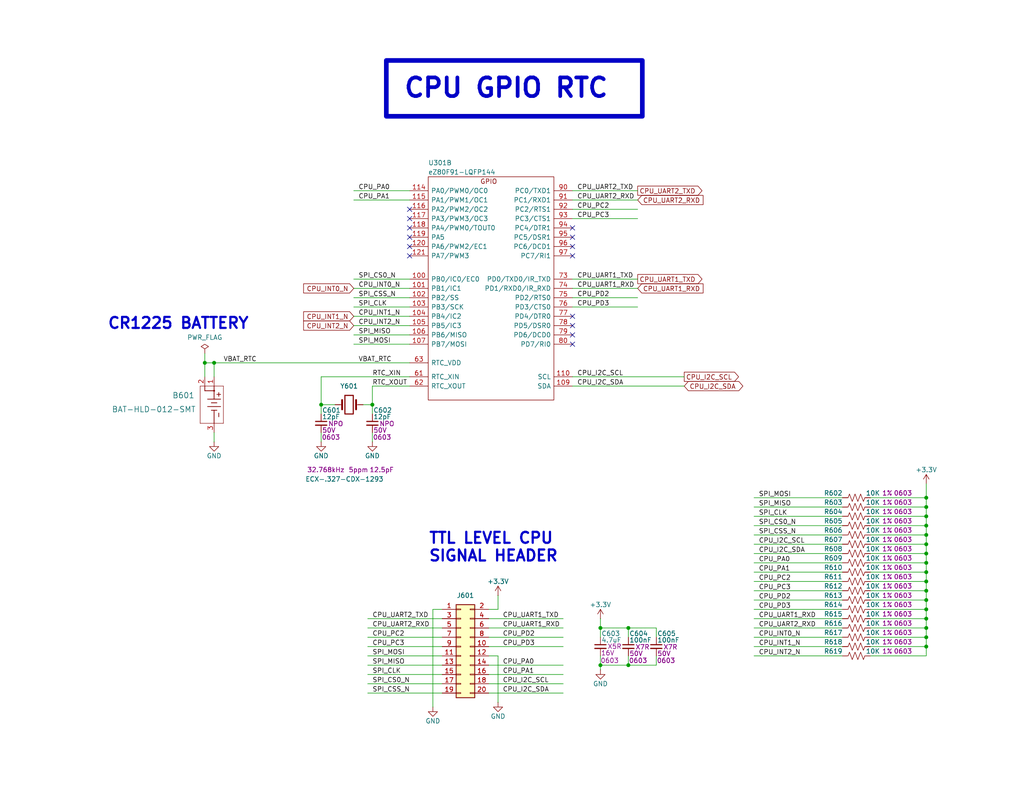
<source format=kicad_sch>
(kicad_sch (version 20231120) (generator "eeschema") (generator_version "8.0")
  (paper "USLetter")
  (title_block (title "SEWER") (date "2024-08-16") (rev "0") (company "Denno Wiggle") (comment 1 "CPU GPIO & Real Time Clock"))
  (lib_symbols
    (symbol "Connector_Generic:Conn_02x10_Odd_Even" (pin_names (offset 1.016) hide)
      (property "Reference" "J" (at 1.27 12.7 0))
      (property "Value" "Conn_02x10_Odd_Even" (at 1.27 -15.24 0))
      (symbol "Conn_02x10_Odd_Even_1_1"
        (pin passive line (at -5.08 10.16 0) (length 3.81) (name "Pin_1") (number "1"))
        (pin passive line (at 7.62 0 180) (length 3.81) (name "Pin_10") (number "10"))
        (pin passive line (at -5.08 -2.54 0) (length 3.81) (name "Pin_11") (number "11"))
        (pin passive line (at 7.62 -2.54 180) (length 3.81) (name "Pin_12") (number "12"))
        (pin passive line (at -5.08 -5.08 0) (length 3.81) (name "Pin_13") (number "13"))
        (pin passive line (at 7.62 -5.08 180) (length 3.81) (name "Pin_14") (number "14"))
        (pin passive line (at -5.08 -7.62 0) (length 3.81) (name "Pin_15") (number "15"))
        (pin passive line (at 7.62 -7.62 180) (length 3.81) (name "Pin_16") (number "16"))
        (pin passive line (at -5.08 -10.16 0) (length 3.81) (name "Pin_17") (number "17"))
        (pin passive line (at 7.62 -10.16 180) (length 3.81) (name "Pin_18") (number "18"))
        (pin passive line (at -5.08 -12.7 0) (length 3.81) (name "Pin_19") (number "19"))
        (pin passive line (at 7.62 10.16 180) (length 3.81) (name "Pin_2") (number "2"))
        (pin passive line (at 7.62 -12.7 180) (length 3.81) (name "Pin_20") (number "20"))
        (pin passive line (at -5.08 7.62 0) (length 3.81) (name "Pin_3") (number "3"))
        (pin passive line (at 7.62 7.62 180) (length 3.81) (name "Pin_4") (number "4"))
        (pin passive line (at -5.08 5.08 0) (length 3.81) (name "Pin_5") (number "5"))
        (pin passive line (at 7.62 5.08 180) (length 3.81) (name "Pin_6") (number "6"))
        (pin passive line (at -5.08 2.54 0) (length 3.81) (name "Pin_7") (number "7"))
        (pin passive line (at 7.62 2.54 180) (length 3.81) (name "Pin_8") (number "8"))
        (pin passive line (at -5.08 0 0) (length 3.81) (name "Pin_9") (number "9"))
      )
    )
    (symbol "Device:Crystal" (pin_numbers hide) (pin_names (offset 1.016) hide)
      (property "Reference" "Y" (at 0 3.81 0))
      (property "Value" "Crystal" (at 0 -3.81 0))
      (symbol "Crystal_1_1"
        (pin passive line (at -3.81 0 0) (length 1.27) (name "1") (number "1"))
        (pin passive line (at 3.81 0 180) (length 1.27) (name "2") (number "2"))
      )
    )
    (symbol "GND_2" (power) (pin_numbers hide) (pin_names (offset 0) hide)
      (property "Value" "GND" (at 0 -3.81 0))
      (symbol "GND_2_1_1"
        (pin power_in line (at 0 0 270) (length 0) (name "~") (number "1"))
      )
    )
    (symbol "WTM:BAT-HLD-012-SMT" (pin_names (offset 0.254))
      (property "Reference" "B" (at 7.62 8.89 0))
      (property "Value" "BAT-HLD-012-SMT" (at 7.62 5.08 0))
      (symbol "BAT-HLD-012-SMT_1_1"
        (pin power_out line (at 0 0 0) (length 2.54) (name "") (number "1"))
        (pin power_out line (at 0 -2.54 0) (length 2.54) (name "") (number "2"))
        (pin power_out line (at 15.24 0 180) (length 2.54) (name "") (number "3"))
      )
    )
    (symbol "WTM:C_100nF_X7R_16V_0805H" (pin_numbers hide) (pin_names (offset 0) hide)
      (property "Reference" "C" (at 0.254 3.556 0))
      (property "Value" "100nF" (at 0.254 1.778 0))
      (property "Dielectric" "X7R" (at 1.905 -0.127 0))
      (property "Voltage" "16V" (at 0.254 -1.905 0))
      (property "Footprint2" "0805H" (at 0.127 -3.81 0))
      (symbol "C_100nF_X7R_16V_0805H_1_1"
        (pin passive line (at 0 2.54 270) (length 2.032) (name "~") (number "1"))
        (pin passive line (at 0 -2.54 90) (length 2.032) (name "~") (number "2"))
      )
    )
    (symbol "WTM:C_10uF_X5R_16V_0805H" (pin_numbers hide) (pin_names (offset 0.254) hide)
      (property "Reference" "C206" (at 0.254 3.556 0))
      (property "Value" "10uF" (at 0.254 1.778 0))
      (property "Dielectric" "X5R" (at 1.905 0.762 0))
      (property "Voltage" "16V" (at 0.127 -1.016 0))
      (property "Footprint2" "0805H" (at 3.302 -3.81 0))
      (symbol "C_10uF_X5R_16V_0805H_1_1"
        (pin passive line (at 0 2.54 270) (length 2.032) (name "~") (number "1"))
        (pin passive line (at 0 -2.54 90) (length 2.032) (name "~") (number "2"))
      )
    )
    (symbol "WTM:R_33R_5%_0805H_Horizontal1" (pin_numbers hide) (pin_names (offset 0))
      (property "Reference" "R" (at -7.62 1.27 0))
      (property "Value" "33R" (at 2.54 1.27 0))
      (property "Tolerance" "5%" (at 2.54 -1.27 0))
      (property "Footprint2" "0805H" (at -8.89 -1.27 0))
      (symbol "R_33R_5%_0805H_Horizontal1_1_1"
        (pin passive line (at -3.81 0 0) (length 1.27) (name "~") (number "1"))
        (pin passive line (at 3.81 0 180) (length 1.27) (name "~") (number "2"))
      )
    )
    (symbol "WTM:eZ80F91-LQFP144" (pin_names (offset 0.762))
      (property "Reference" "U" (at 0 3.81 0))
      (property "Value" "eZ80F91-LQFP144" (at 0 1.27 0))
      (property "Digikey" "269-EZ80F91AZA50EK-ND" (at 12.954 24.13 0))
      (symbol "eZ80F91-LQFP144_1_0"
        (pin bidirectional line (at -5.08 -3.81 0) (length 5.08) (name "ADDR0") (number "1"))
        (pin bidirectional line (at -5.08 -21.59 0) (length 5.08) (name "ADDR7") (number "10"))
        (pin bidirectional line (at -5.08 -24.13 0) (length 5.08) (name "ADDR8") (number "11"))
        (pin bidirectional line (at -5.08 -26.67 0) (length 5.08) (name "ADDR9") (number "12"))
        (pin bidirectional line (at -5.08 -29.21 0) (length 5.08) (name "ADDR10") (number "13"))
        (pin bidirectional line (at -5.08 -31.75 0) (length 5.08) (name "ADDR11") (number "16"))
        (pin bidirectional line (at -5.08 -34.29 0) (length 5.08) (name "ADDR12") (number "17"))
        (pin bidirectional line (at -5.08 -36.83 0) (length 5.08) (name "ADDR13") (number "18"))
        (pin bidirectional line (at -5.08 -39.37 0) (length 5.08) (name "ADDR14") (number "19"))
        (pin bidirectional line (at -5.08 -6.35 0) (length 5.08) (name "ADDR1") (number "2"))
        (pin bidirectional line (at -5.08 -41.91 0) (length 5.08) (name "ADDR15") (number "20"))
        (pin bidirectional line (at -5.08 -44.45 0) (length 5.08) (name "ADDR16") (number "21"))
        (pin bidirectional line (at -5.08 -46.99 0) (length 5.08) (name "ADDR17") (number "24"))
        (pin bidirectional line (at -5.08 -49.53 0) (length 5.08) (name "ADDR18") (number "25"))
        (pin bidirectional line (at -5.08 -52.07 0) (length 5.08) (name "ADDR19") (number "26"))
        (pin bidirectional line (at -5.08 -54.61 0) (length 5.08) (name "ADDR20") (number "27"))
        (pin bidirectional line (at -5.08 -57.15 0) (length 5.08) (name "ADDR21") (number "28"))
        (pin bidirectional line (at -5.08 -59.69 0) (length 5.08) (name "ADDR22") (number "29"))
        (pin bidirectional line (at -5.08 -8.89 0) (length 5.08) (name "ADDR2") (number "3"))
        (pin bidirectional line (at -5.08 -62.23 0) (length 5.08) (name "ADDR23") (number "30"))
        (pin output inverted (at 25.4 -62.23 180) (length 5.08) (name "~{CS0}") (number "33"))
        (pin output inverted (at 25.4 -59.69 180) (length 5.08) (name "~{CS1}") (number "34"))
        (pin output inverted (at 25.4 -57.15 180) (length 5.08) (name "~{CS2}") (number "35"))
        (pin output inverted (at 25.4 -54.61 180) (length 5.08) (name "~{CS3}") (number "36"))
        (pin bidirectional line (at 25.4 -21.59 180) (length 5.08) (name "DATA0") (number "39"))
        (pin bidirectional line (at -5.08 -11.43 0) (length 5.08) (name "ADDR3") (number "4"))
        (pin bidirectional line (at 25.4 -19.05 180) (length 5.08) (name "DATA1") (number "40"))
        (pin bidirectional line (at 25.4 -16.51 180) (length 5.08) (name "DATA2") (number "41"))
        (pin bidirectional line (at 25.4 -13.97 180) (length 5.08) (name "DATA3") (number "42"))
        (pin bidirectional line (at 25.4 -11.43 180) (length 5.08) (name "DATA4") (number "43"))
        (pin bidirectional line (at 25.4 -8.89 180) (length 5.08) (name "DATA5") (number "44"))
        (pin bidirectional line (at 25.4 -6.35 180) (length 5.08) (name "DATA6") (number "45"))
        (pin bidirectional line (at 25.4 -3.81 180) (length 5.08) (name "DATA7") (number "46"))
        (pin bidirectional inverted (at 25.4 -40.64 180) (length 5.08) (name "~{IORQ}") (number "49"))
        (pin bidirectional line (at -5.08 -13.97 0) (length 5.08) (name "ADDR4") (number "5"))
        (pin bidirectional inverted (at 25.4 -38.1 180) (length 5.08) (name "~{MREQ}") (number "50"))
        (pin output inverted (at 25.4 -35.56 180) (length 5.08) (name "~{RD}") (number "51"))
        (pin bidirectional inverted (at 25.4 -33.02 180) (length 5.08) (name "~{WR}") (number "52"))
        (pin output inverted (at 25.4 -72.39 180) (length 5.08) (name "~{INSTRD}") (number "53"))
        (pin input inverted (at -5.08 -72.39 0) (length 5.08) (name "~{WAIT}") (number "54"))
        (pin bidirectional inverted (at -5.08 -80.01 0) (length 5.08) (name "~{RESET}") (number "55"))
        (pin input inverted (at -5.08 -74.93 0) (length 5.08) (name "~{NMI}") (number "56"))
        (pin input inverted (at -5.08 -67.31 0) (length 5.08) (name "~{BUSREQ}") (number "57"))
        (pin output inverted (at 25.4 -67.31 180) (length 5.08) (name "~{BUSACK}") (number "58"))
        (pin bidirectional line (at -5.08 -16.51 0) (length 5.08) (name "ADDR5") (number "8"))
        (pin bidirectional line (at -5.08 -19.05 0) (length 5.08) (name "ADDR6") (number "9"))
      )
      (symbol "eZ80F91-LQFP144_1_1"
        (text "BUS INTERFACE" (at 10.16 -1.27 0) (effects (font (size 1.27 1.27))))
      )
      (symbol "eZ80F91-LQFP144_2_0"
        (pin bidirectional line (at -5.08 -27.94 0) (length 5.08) (name "PB0/IC0/EC0") (number "100"))
        (pin bidirectional line (at -5.08 -30.48 0) (length 5.08) (name "PB1/IC1") (number "101"))
        (pin bidirectional line (at -5.08 -33.02 0) (length 5.08) (name "PB2/SS") (number "102"))
        (pin bidirectional line (at -5.08 -35.56 0) (length 5.08) (name "PB3/SCK") (number "103"))
        (pin bidirectional line (at -5.08 -38.1 0) (length 5.08) (name "PB4/IC2") (number "104"))
        (pin bidirectional line (at -5.08 -40.64 0) (length 5.08) (name "PB5/IC3") (number "105"))
        (pin bidirectional line (at -5.08 -43.18 0) (length 5.08) (name "PB6/MISO") (number "106"))
        (pin bidirectional line (at -5.08 -45.72 0) (length 5.08) (name "PB7/MOSI") (number "107"))
        (pin bidirectional line (at 39.37 -57.15 180) (length 5.08) (name "SDA") (number "109"))
        (pin bidirectional line (at 39.37 -54.61 180) (length 5.08) (name "SCL") (number "110"))
        (pin bidirectional line (at -5.08 -3.81 0) (length 5.08) (name "PA0/PWM0/OC0") (number "114"))
        (pin bidirectional line (at -5.08 -6.35 0) (length 5.08) (name "PA1/PWM1/OC1") (number "115"))
        (pin bidirectional line (at -5.08 -8.89 0) (length 5.08) (name "PA2/PWM2/OC2") (number "116"))
        (pin bidirectional line (at -5.08 -11.43 0) (length 5.08) (name "PA3/PWM3/OC3") (number "117"))
        (pin bidirectional line (at -5.08 -13.97 0) (length 5.08) (name "PA4/PWM0/TOUT0") (number "118"))
        (pin bidirectional line (at -5.08 -16.51 0) (length 5.08) (name "PA5") (number "119"))
        (pin bidirectional line (at -5.08 -19.05 0) (length 5.08) (name "PA6/PWM2/EC1") (number "120"))
        (pin bidirectional line (at -5.08 -21.59 0) (length 5.08) (name "PA7/PWM3") (number "121"))
        (pin input line (at -5.08 -54.61 0) (length 5.08) (name "RTC_XIN") (number "61"))
        (pin bidirectional line (at -5.08 -57.15 0) (length 5.08) (name "RTC_XOUT") (number "62"))
        (pin power_in line (at -5.08 -50.8 0) (length 5.08) (name "RTC_VDD") (number "63"))
        (pin bidirectional line (at 39.37 -27.94 180) (length 5.08) (name "PD0/TXD0/IR_TXD") (number "73"))
        (pin bidirectional line (at 39.37 -30.48 180) (length 5.08) (name "PD1/RXD0/IR_RXD") (number "74"))
        (pin bidirectional line (at 39.37 -33.02 180) (length 5.08) (name "PD2/RTS0") (number "75"))
        (pin bidirectional line (at 39.37 -35.56 180) (length 5.08) (name "PD3/CTS0") (number "76"))
        (pin bidirectional line (at 39.37 -38.1 180) (length 5.08) (name "PD4/DTR0") (number "77"))
        (pin bidirectional line (at 39.37 -40.64 180) (length 5.08) (name "PD5/DSR0") (number "78"))
        (pin bidirectional line (at 39.37 -43.18 180) (length 5.08) (name "PD6/DCD0") (number "79"))
        (pin bidirectional line (at 39.37 -45.72 180) (length 5.08) (name "PD7/RI0") (number "80"))
        (pin bidirectional line (at 39.37 -3.81 180) (length 5.08) (name "PC0/TXD1") (number "90"))
        (pin bidirectional line (at 39.37 -6.35 180) (length 5.08) (name "PC1/RXD1") (number "91"))
        (pin bidirectional line (at 39.37 -8.89 180) (length 5.08) (name "PC2/RTS1") (number "92"))
        (pin bidirectional line (at 39.37 -11.43 180) (length 5.08) (name "PC3/CTS1") (number "93"))
        (pin bidirectional line (at 39.37 -13.97 180) (length 5.08) (name "PC4/DTR1") (number "94"))
        (pin bidirectional line (at 39.37 -16.51 180) (length 5.08) (name "PC5/DSR1") (number "95"))
        (pin bidirectional line (at 39.37 -19.05 180) (length 5.08) (name "PC6/DCD1") (number "96"))
        (pin bidirectional line (at 39.37 -21.59 180) (length 5.08) (name "PC7/RI1") (number "97"))
      )
      (symbol "eZ80F91-LQFP144_2_1"
        (text "GPIO" (at 16.51 -1.27 0) (effects (font (size 1.27 1.27))))
      )
      (symbol "eZ80F91-LQFP144_3_0"
        (pin input line (at 22.86 -27.94 180) (length 5.08) (name "CRS") (number "124"))
        (pin input line (at 22.86 -25.4 180) (length 5.08) (name "COL") (number "125"))
        (pin output line (at 22.86 -19.05 180) (length 5.08) (name "TXD3") (number "126"))
        (pin output line (at 22.86 -16.51 180) (length 5.08) (name "TXD2") (number "127"))
        (pin output line (at 22.86 -13.97 180) (length 5.08) (name "TXD1") (number "128"))
        (pin output line (at 22.86 -11.43 180) (length 5.08) (name "TXD0") (number "129"))
        (pin output line (at 22.86 -8.89 180) (length 5.08) (name "TX_EN") (number "130"))
        (pin input line (at 22.86 -6.35 180) (length 5.08) (name "TX_CLK") (number "131"))
        (pin output line (at 22.86 -3.81 180) (length 5.08) (name "TX_ER") (number "132"))
        (pin input line (at -5.08 -3.81 0) (length 5.08) (name "RX_ER") (number "135"))
        (pin input line (at -5.08 -6.35 0) (length 5.08) (name "RX_CLK") (number "136"))
        (pin input line (at -5.08 -8.89 0) (length 5.08) (name "RX_DV") (number "137"))
        (pin input line (at -5.08 -11.43 0) (length 5.08) (name "RXD0") (number "138"))
        (pin input line (at -5.08 -13.97 0) (length 5.08) (name "RXD1") (number "139"))
        (pin input line (at -5.08 -16.51 0) (length 5.08) (name "RXD2") (number "140"))
        (pin input line (at -5.08 -19.05 0) (length 5.08) (name "RXD3") (number "141"))
        (pin output line (at -5.08 -25.4 0) (length 5.08) (name "MDC") (number "142"))
        (pin bidirectional line (at -5.08 -27.94 0) (length 5.08) (name "MDIO") (number "143"))
      )
      (symbol "eZ80F91-LQFP144_3_1"
        (text "MII INTERFACE" (at 8.89 -1.27 0) (effects (font (size 1.27 1.27))))
      )
      (symbol "eZ80F91-LQFP144_4_0"
        (pin power_in line (at 26.67 -34.29 180) (length 5.08) (name "VSS_13") (number "108"))
        (pin output clock (at 26.67 -58.42 180) (length 5.08) (name "PHI") (number "111"))
        (pin power_in line (at -5.08 -29.21 0) (length 5.08) (name "VDD_11") (number "112"))
        (pin power_in line (at 26.67 -36.83 180) (length 5.08) (name "VSS_14") (number "113"))
        (pin power_in line (at -5.08 -31.75 0) (length 5.08) (name "VDD_12") (number "122"))
        (pin power_in line (at 26.67 -39.37 180) (length 5.08) (name "VSS_15") (number "123"))
        (pin power_in line (at -5.08 -34.29 0) (length 5.08) (name "VDD_13") (number "133"))
        (pin power_in line (at 26.67 -41.91 180) (length 5.08) (name "VSS_16") (number "134"))
        (pin power_in line (at -5.08 -6.35 0) (length 5.08) (name "VDD_2") (number "14"))
        (pin power_in line (at 26.67 -6.35 180) (length 5.08) (name "VSS_2") (number "15"))
        (pin power_in line (at -5.08 -8.89 0) (length 5.08) (name "VDD_3") (number "22"))
        (pin power_in line (at 26.67 -8.89 180) (length 5.08) (name "VSS_3") (number "23"))
        (pin power_in line (at -5.08 -11.43 0) (length 5.08) (name "VDD_4") (number "31"))
        (pin power_in line (at 26.67 -11.43 180) (length 5.08) (name "VSS_4") (number "32"))
        (pin power_in line (at -5.08 -13.97 0) (length 5.08) (name "VDD_5") (number "37"))
        (pin power_in line (at 26.67 -13.97 180) (length 5.08) (name "VSS_5") (number "38"))
        (pin power_in line (at -5.08 -16.51 0) (length 5.08) (name "VDD_6") (number "47"))
        (pin power_in line (at 26.67 -16.51 180) (length 5.08) (name "VSS_6") (number "48"))
        (pin power_in line (at -5.08 -19.05 0) (length 5.08) (name "VDD_7") (number "59"))
        (pin power_in line (at -5.08 -3.81 0) (length 5.08) (name "VDD_1") (number "6"))
        (pin power_in line (at 26.67 -19.05 180) (length 5.08) (name "VSS_7") (number "60"))
        (pin power_in line (at 26.67 -21.59 180) (length 5.08) (name "VSS_8") (number "64"))
        (pin power_in line (at 26.67 -3.81 180) (length 5.08) (name "VSS_1") (number "7"))
        (pin power_in line (at 26.67 -24.13 180) (length 5.08) (name "VSS_9") (number "72"))
        (pin power_in line (at -5.08 -21.59 0) (length 5.08) (name "VDD_8") (number "81"))
        (pin power_in line (at 26.67 -26.67 180) (length 5.08) (name "VSS_10") (number "82"))
        (pin bidirectional line (at 26.67 -49.53 180) (length 5.08) (name "LOOP_FILT") (number "83"))
        (pin power_in line (at 26.67 -46.99 180) (length 5.08) (name "PLL_VSS") (number "84"))
        (pin output clock (at -5.08 -55.88 0) (length 5.08) (name "XOUT") (number "85"))
        (pin input clock (at -5.08 -58.42 0) (length 5.08) (name "XIN") (number "86"))
        (pin power_in line (at -5.08 -46.99 0) (length 5.08) (name "PLL_VDD") (number "87"))
        (pin power_in line (at -5.08 -24.13 0) (length 5.08) (name "VDD_9") (number "88"))
        (pin power_in line (at 26.67 -29.21 180) (length 5.08) (name "VSS_11") (number "89"))
        (pin power_in line (at -5.08 -26.67 0) (length 5.08) (name "VDD_10") (number "98"))
        (pin power_in line (at 26.67 -31.75 180) (length 5.08) (name "VSS_12") (number "99"))
      )
      (symbol "eZ80F91-LQFP144_4_1"
        (text "POWER & OSC" (at 10.16 -1.27 0) (effects (font (size 1.27 1.27))))
      )
      (symbol "eZ80F91-LQFP144_5_0"
        (pin input inverted (at 17.78 -3.81 180) (length 5.08) (name "~{WP}") (number "144"))
        (pin output inverted (at 17.78 -21.59 180) (length 5.08) (name "~{HALT_SLP}") (number "65"))
        (pin input line (at -5.08 -3.81 0) (length 5.08) (name "TMS") (number "66"))
        (pin input line (at -5.08 -6.35 0) (length 5.08) (name "TCK") (number "67"))
        (pin output line (at 17.78 -15.24 180) (length 5.08) (name "TRIGOUT") (number "68"))
        (pin bidirectional line (at -5.08 -8.89 0) (length 5.08) (name "TDI") (number "69"))
        (pin output line (at 17.78 -8.89 180) (length 5.08) (name "TDO") (number "70"))
        (pin input inverted (at -5.08 -11.43 0) (length 5.08) (name "~{TRST}") (number "71"))
      )
      (symbol "eZ80F91-LQFP144_5_1"
        (text "ZDI" (at 6.35 -1.27 0) (effects (font (size 1.27 1.27))))
      )
    )
    (symbol "power:+3.3V" (power) (pin_numbers hide) (pin_names (offset 0) hide)
      (property "Value" "+3.3V" (at 0 3.556 0))
      (symbol "+3.3V_1_1"
        (pin power_in line (at 0 0 90) (length 0) (name "~") (number "1"))
      )
    )
    (symbol "power:PWR_FLAG" (power) (pin_numbers hide) (pin_names (offset 0) hide)
      (property "Value" "PWR_FLAG" (at 0 3.81 0))
      (symbol "PWR_FLAG_0_0"
        (pin power_out line (at 0 0 90) (length 0) (name "~") (number "1"))
      )
    )
  )
  (junction (at 252.73 173.99))
  (junction (at 171.45 171.45))
  (junction (at 252.73 158.75))
  (junction (at 252.73 161.29))
  (junction (at 252.73 171.45))
  (junction (at 252.73 140.97))
  (junction (at 163.83 181.61))
  (junction (at 58.42 99.06))
  (junction (at 163.83 171.45))
  (junction (at 252.73 153.67))
  (junction (at 252.73 163.83))
  (junction (at 252.73 143.51))
  (junction (at 252.73 148.59))
  (junction (at 252.73 135.89))
  (junction (at 252.73 166.37))
  (junction (at 252.73 156.21))
  (junction (at 252.73 138.43))
  (junction (at 55.88 99.06))
  (junction (at 252.73 151.13))
  (junction (at 87.63 110.49))
  (junction (at 252.73 176.53))
  (junction (at 101.6 110.49))
  (junction (at 252.73 168.91))
  (junction (at 252.73 146.05))
  (junction (at 171.45 181.61))
  (no_connect (at 111.76 67.31))
  (no_connect (at 111.76 57.15))
  (no_connect (at 156.21 91.44))
  (no_connect (at 111.76 62.23))
  (no_connect (at 156.21 69.85))
  (no_connect (at 111.76 64.77))
  (no_connect (at 111.76 69.85))
  (no_connect (at 156.21 64.77))
  (no_connect (at 156.21 93.98))
  (no_connect (at 156.21 62.23))
  (no_connect (at 156.21 86.36))
  (no_connect (at 156.21 67.31))
  (no_connect (at 156.21 88.9))
  (no_connect (at 111.76 59.69))
  (wire (pts (xy 205.74 148.59) (xy 229.87 148.59)))
  (wire (pts (xy 135.89 179.07) (xy 133.35 179.07)))
  (wire (pts (xy 87.63 118.11) (xy 87.63 120.65)))
  (wire (pts (xy 100.33 173.99) (xy 120.65 173.99)))
  (wire (pts (xy 171.45 171.45) (xy 171.45 173.99)))
  (wire (pts (xy 237.49 135.89) (xy 252.73 135.89)))
  (wire (pts (xy 252.73 135.89) (xy 252.73 138.43)))
  (wire (pts (xy 252.73 171.45) (xy 252.73 173.99)))
  (wire (pts (xy 156.21 81.28) (xy 173.99 81.28)))
  (wire (pts (xy 252.73 158.75) (xy 252.73 156.21)))
  (wire (pts (xy 237.49 146.05) (xy 252.73 146.05)))
  (wire (pts (xy 156.21 76.2) (xy 173.99 76.2)))
  (wire (pts (xy 205.74 138.43) (xy 229.87 138.43)))
  (wire (pts (xy 205.74 158.75) (xy 229.87 158.75)))
  (wire (pts (xy 252.73 151.13) (xy 252.73 153.67)))
  (wire (pts (xy 58.42 99.06) (xy 111.76 99.06)))
  (wire (pts (xy 171.45 179.07) (xy 171.45 181.61)))
  (wire (pts (xy 205.74 179.07) (xy 229.87 179.07)))
  (wire (pts (xy 252.73 168.91) (xy 252.73 166.37)))
  (wire (pts (xy 55.88 99.06) (xy 58.42 99.06)))
  (wire (pts (xy 101.6 118.11) (xy 101.6 120.65)))
  (wire (pts (xy 237.49 156.21) (xy 252.73 156.21)))
  (wire (pts (xy 101.6 113.03) (xy 101.6 110.49)))
  (wire (pts (xy 205.74 163.83) (xy 229.87 163.83)))
  (wire (pts (xy 156.21 59.69) (xy 173.99 59.69)))
  (wire (pts (xy 179.07 171.45) (xy 171.45 171.45)))
  (wire (pts (xy 237.49 138.43) (xy 252.73 138.43)))
  (wire (pts (xy 133.35 186.69) (xy 153.67 186.69)))
  (wire (pts (xy 96.52 76.2) (xy 111.76 76.2)))
  (wire (pts (xy 252.73 132.08) (xy 252.73 135.89)))
  (wire (pts (xy 87.63 110.49) (xy 87.63 102.87)))
  (wire (pts (xy 205.74 151.13) (xy 229.87 151.13)))
  (wire (pts (xy 205.74 135.89) (xy 229.87 135.89)))
  (wire (pts (xy 205.74 153.67) (xy 229.87 153.67)))
  (wire (pts (xy 205.74 176.53) (xy 229.87 176.53)))
  (wire (pts (xy 163.83 181.61) (xy 163.83 182.88)))
  (wire (pts (xy 133.35 173.99) (xy 153.67 173.99)))
  (wire (pts (xy 133.35 168.91) (xy 153.67 168.91)))
  (wire (pts (xy 100.33 181.61) (xy 120.65 181.61)))
  (wire (pts (xy 252.73 140.97) (xy 252.73 143.51)))
  (wire (pts (xy 87.63 110.49) (xy 87.63 113.03)))
  (wire (pts (xy 237.49 151.13) (xy 252.73 151.13)))
  (wire (pts (xy 100.33 168.91) (xy 120.65 168.91)))
  (wire (pts (xy 133.35 184.15) (xy 153.67 184.15)))
  (wire (pts (xy 205.74 146.05) (xy 229.87 146.05)))
  (wire (pts (xy 96.52 93.98) (xy 111.76 93.98)))
  (wire (pts (xy 118.11 166.37) (xy 120.65 166.37)))
  (wire (pts (xy 133.35 176.53) (xy 153.67 176.53)))
  (wire (pts (xy 156.21 57.15) (xy 173.99 57.15)))
  (wire (pts (xy 101.6 110.49) (xy 101.6 105.41)))
  (wire (pts (xy 205.74 166.37) (xy 229.87 166.37)))
  (wire (pts (xy 156.21 54.61) (xy 173.99 54.61)))
  (wire (pts (xy 118.11 193.04) (xy 118.11 166.37)))
  (wire (pts (xy 87.63 102.87) (xy 111.76 102.87)))
  (wire (pts (xy 252.73 153.67) (xy 252.73 156.21)))
  (wire (pts (xy 163.83 171.45) (xy 171.45 171.45)))
  (wire (pts (xy 237.49 158.75) (xy 252.73 158.75)))
  (wire (pts (xy 252.73 143.51) (xy 252.73 146.05)))
  (wire (pts (xy 156.21 78.74) (xy 173.99 78.74)))
  (wire (pts (xy 100.33 171.45) (xy 120.65 171.45)))
  (wire (pts (xy 252.73 166.37) (xy 252.73 163.83)))
  (wire (pts (xy 205.74 171.45) (xy 229.87 171.45)))
  (wire (pts (xy 96.52 81.28) (xy 111.76 81.28)))
  (wire (pts (xy 100.33 189.23) (xy 120.65 189.23)))
  (wire (pts (xy 133.35 171.45) (xy 153.67 171.45)))
  (wire (pts (xy 171.45 181.61) (xy 163.83 181.61)))
  (wire (pts (xy 252.73 171.45) (xy 252.73 168.91)))
  (wire (pts (xy 96.52 78.74) (xy 111.76 78.74)))
  (wire (pts (xy 58.42 99.06) (xy 58.42 102.87)))
  (wire (pts (xy 87.63 110.49) (xy 91.44 110.49)))
  (wire (pts (xy 163.83 179.07) (xy 163.83 181.61)))
  (wire (pts (xy 156.21 105.41) (xy 186.69 105.41)))
  (wire (pts (xy 133.35 189.23) (xy 153.67 189.23)))
  (wire (pts (xy 156.21 102.87) (xy 186.69 102.87)))
  (wire (pts (xy 100.33 179.07) (xy 120.65 179.07)))
  (wire (pts (xy 101.6 105.41) (xy 111.76 105.41)))
  (wire (pts (xy 163.83 168.91) (xy 163.83 171.45)))
  (wire (pts (xy 205.74 168.91) (xy 229.87 168.91)))
  (wire (pts (xy 252.73 146.05) (xy 252.73 148.59)))
  (wire (pts (xy 252.73 173.99) (xy 237.49 173.99)))
  (wire (pts (xy 237.49 143.51) (xy 252.73 143.51)))
  (wire (pts (xy 100.33 184.15) (xy 120.65 184.15)))
  (wire (pts (xy 133.35 181.61) (xy 153.67 181.61)))
  (wire (pts (xy 163.83 171.45) (xy 163.83 173.99)))
  (wire (pts (xy 96.52 83.82) (xy 111.76 83.82)))
  (wire (pts (xy 135.89 191.77) (xy 135.89 179.07)))
  (wire (pts (xy 237.49 161.29) (xy 252.73 161.29)))
  (wire (pts (xy 100.33 186.69) (xy 120.65 186.69)))
  (wire (pts (xy 205.74 143.51) (xy 229.87 143.51)))
  (wire (pts (xy 237.49 153.67) (xy 252.73 153.67)))
  (wire (pts (xy 101.6 110.49) (xy 99.06 110.49)))
  (wire (pts (xy 252.73 179.07) (xy 252.73 176.53)))
  (wire (pts (xy 252.73 176.53) (xy 252.73 173.99)))
  (wire (pts (xy 96.52 54.61) (xy 111.76 54.61)))
  (wire (pts (xy 237.49 148.59) (xy 252.73 148.59)))
  (wire (pts (xy 237.49 179.07) (xy 252.73 179.07)))
  (wire (pts (xy 96.52 91.44) (xy 111.76 91.44)))
  (wire (pts (xy 205.74 140.97) (xy 229.87 140.97)))
  (wire (pts (xy 237.49 166.37) (xy 252.73 166.37)))
  (wire (pts (xy 252.73 138.43) (xy 252.73 140.97)))
  (wire (pts (xy 205.74 173.99) (xy 229.87 173.99)))
  (wire (pts (xy 237.49 168.91) (xy 252.73 168.91)))
  (wire (pts (xy 55.88 96.52) (xy 55.88 99.06)))
  (wire (pts (xy 96.52 52.07) (xy 111.76 52.07)))
  (wire (pts (xy 237.49 163.83) (xy 252.73 163.83)))
  (wire (pts (xy 179.07 181.61) (xy 171.45 181.61)))
  (wire (pts (xy 156.21 52.07) (xy 173.99 52.07)))
  (wire (pts (xy 135.89 166.37) (xy 135.89 162.56)))
  (wire (pts (xy 237.49 140.97) (xy 252.73 140.97)))
  (wire (pts (xy 96.52 88.9) (xy 111.76 88.9)))
  (wire (pts (xy 179.07 179.07) (xy 179.07 181.61)))
  (wire (pts (xy 58.42 118.11) (xy 58.42 120.65)))
  (wire (pts (xy 96.52 86.36) (xy 111.76 86.36)))
  (wire (pts (xy 237.49 176.53) (xy 252.73 176.53)))
  (wire (pts (xy 156.21 83.82) (xy 173.99 83.82)))
  (wire (pts (xy 205.74 161.29) (xy 229.87 161.29)))
  (wire (pts (xy 179.07 173.99) (xy 179.07 171.45)))
  (wire (pts (xy 133.35 166.37) (xy 135.89 166.37)))
  (wire (pts (xy 252.73 163.83) (xy 252.73 161.29)))
  (wire (pts (xy 252.73 161.29) (xy 252.73 158.75)))
  (wire (pts (xy 55.88 99.06) (xy 55.88 102.87)))
  (wire (pts (xy 100.33 176.53) (xy 120.65 176.53)))
  (wire (pts (xy 252.73 151.13) (xy 252.73 148.59)))
  (wire (pts (xy 205.74 156.21) (xy 229.87 156.21)))
  (wire (pts (xy 237.49 171.45) (xy 252.73 171.45)))
  (text_box "CPU GPIO RTC\n" (at 105.41 16.51 0) (size 69.85 15.24) (stroke (width 1.27)) (effects (font (size 5.08 5.08) (thickness 1.016) (bold yes)) (justify left top)))
  (text "CR1225 BATTERY" (at 29.21 90.17 0) (effects (font (size 2.9972 2.9972) (thickness 0.5994) (bold yes)) (justify left bottom)))
  (text "TTL LEVEL CPU \nSIGNAL HEADER" (at 116.84 153.67 0) (effects (font (size 2.9972 2.9972) (thickness 0.5994) (bold yes)) (justify left bottom)))
  (label "CPU_PA0" (at 207.01 153.67 0))
  (label "SPI_MOSI" (at 97.79 93.98 0))
  (label "SPI_CLK" (at 101.6 184.15 0))
  (label "CPU_INT0_N" (at 97.79 78.74 0))
  (label "CPU_PA1" (at 97.79 54.61 0))
  (label "CPU_PD3" (at 157.48 83.82 0))
  (label "CPU_UART1_TXD" (at 137.16 168.91 0))
  (label "RTC_XOUT" (at 101.6 105.41 0))
  (label "CPU_I2C_SDA" (at 157.48 105.41 0))
  (label "CPU_PC2" (at 101.6 173.99 0))
  (label "CPU_PD2" (at 207.01 163.83 0))
  (label "CPU_INT1_N" (at 97.79 86.36 0))
  (label "RTC_XIN" (at 101.6 102.87 0))
  (label "CPU_INT1_N" (at 207.01 176.53 0))
  (label "CPU_UART1_TXD" (at 157.48 76.2 0))
  (label "VBAT_RTC" (at 60.96 99.06 0))
  (label "SPI_CS0_N" (at 97.79 76.2 0))
  (label "SPI_MOSI" (at 101.6 179.07 0))
  (label "CPU_UART1_RXD" (at 207.01 168.91 0))
  (label "CPU_PC3" (at 157.48 59.69 0))
  (label "CPU_I2C_SCL" (at 157.48 102.87 0))
  (label "CPU_UART1_RXD" (at 157.48 78.74 0))
  (label "CPU_PC2" (at 157.48 57.15 0))
  (label "SPI_MOSI" (at 207.01 135.89 0))
  (label "CPU_UART2_RXD" (at 101.6 171.45 0))
  (label "CPU_PD3" (at 137.16 176.53 0))
  (label "SPI_CSS_N" (at 101.6 189.23 0))
  (label "VBAT_RTC" (at 97.79 99.06 0))
  (label "CPU_PA1" (at 137.16 184.15 0))
  (label "CPU_INT2_N" (at 97.79 88.9 0))
  (label "CPU_UART2_RXD" (at 157.48 54.61 0))
  (label "SPI_CLK" (at 97.79 83.82 0))
  (label "SPI_CS0_N" (at 207.01 143.51 0))
  (label "CPU_INT2_N" (at 207.01 179.07 0))
  (label "CPU_PD2" (at 137.16 173.99 0))
  (label "SPI_MISO" (at 97.79 91.44 0))
  (label "SPI_MISO" (at 207.01 138.43 0))
  (label "CPU_UART1_RXD" (at 137.16 171.45 0))
  (label "SPI_MISO" (at 101.6 181.61 0))
  (label "SPI_CLK" (at 207.01 140.97 0))
  (label "CPU_UART2_TXD" (at 157.48 52.07 0))
  (label "CPU_UART2_TXD" (at 101.6 168.91 0))
  (label "CPU_UART2_RXD" (at 207.01 171.45 0))
  (label "CPU_PD3" (at 207.01 166.37 0))
  (label "CPU_INT0_N" (at 207.01 173.99 0))
  (label "CPU_PD2" (at 157.48 81.28 0))
  (label "CPU_PC3" (at 101.6 176.53 0))
  (label "CPU_PA1" (at 207.01 156.21 0))
  (label "CPU_PA0" (at 137.16 181.61 0))
  (label "SPI_CSS_N" (at 97.79 81.28 0))
  (label "CPU_PA0" (at 97.79 52.07 0))
  (label "CPU_PC2" (at 207.01 158.75 0))
  (label "SPI_CS0_N" (at 101.6 186.69 0))
  (label "CPU_PC3" (at 207.01 161.29 0))
  (label "CPU_I2C_SCL" (at 207.01 148.59 0))
  (label "CPU_I2C_SCL" (at 137.16 186.69 0))
  (label "CPU_I2C_SDA" (at 207.01 151.13 0))
  (label "CPU_I2C_SDA" (at 137.16 189.23 0))
  (label "SPI_CSS_N" (at 207.01 146.05 0))
  (global_label "CPU_UART1_RXD" (shape input) (at 173.99 78.74 0) (property "Intersheetrefs" "${INTERSHEET_REFS}" (at 192.1234 78.74 0) (effects (justify left))))
  (global_label "CPU_INT0_N" (shape input) (at 96.52 78.74 180) (property "Intersheetrefs" "${INTERSHEET_REFS}" (at 82.5594 78.74 0) (effects (justify right))))
  (global_label "CPU_INT2_N" (shape input) (at 96.52 88.9 180) (property "Intersheetrefs" "${INTERSHEET_REFS}" (at 82.5594 88.9 0) (effects (justify right))))
  (global_label "CPU_UART2_TXD" (shape output) (at 173.99 52.07 0) (property "Intersheetrefs" "${INTERSHEET_REFS}" (at 191.821 52.07 0) (effects (justify left))))
  (global_label "CPU_UART1_TXD" (shape output) (at 173.99 76.2 0) (property "Intersheetrefs" "${INTERSHEET_REFS}" (at 191.821 76.2 0) (effects (justify left))))
  (global_label "CPU_INT1_N" (shape input) (at 96.52 86.36 180) (property "Intersheetrefs" "${INTERSHEET_REFS}" (at 82.5594 86.36 0) (effects (justify right))))
  (global_label "CPU_I2C_SCL" (shape output) (at 186.69 102.87 0) (property "Intersheetrefs" "${INTERSHEET_REFS}" (at 201.7996 102.87 0) (effects (justify left))))
  (global_label "CPU_UART2_RXD" (shape input) (at 173.99 54.61 0) (property "Intersheetrefs" "${INTERSHEET_REFS}" (at 192.1234 54.61 0) (effects (justify left))))
  (global_label "CPU_I2C_SDA" (shape bidirectional) (at 186.69 105.41 0) (property "Intersheetrefs" "${INTERSHEET_REFS}" (at 202.9396 105.41 0) (effects (justify left))))
  (symbol (lib_id "WTM:R_33R_5%_0805H_Horizontal1") (at 233.68 166.37 0) (unit 1)
    (property "Reference" "R614" (at 224.79 165.1 0) (effects (justify left)))
    (property "Value" "10K" (at 236.22 165.1 0) (effects (justify left)))
    (property "Footprint" "Resistor_SMD:R_0603_1608Metric" (effects (hide yes)))
    (property "Datasheet" "https://www.yageo.com/upload/media/product/productsearch/datasheet/rchip/PYu-RC_Group_51_RoHS_L_12.pdf" (effects (hide yes)))
    (property "Description" "RES 10K OHM 1% 1/10W 0603" (effects (hide yes)))
    (property "Tolerance" "1%" (at 240.665 165.1 0) (effects (justify left)))
    (property "Footprint2" "0603" (at 243.84 165.1 0) (effects (justify left)))
    (property "MPN" "RC0603FR-0710KL" (effects (hide yes)))
    (property "Manufacturer" "Yaego" (effects (hide yes)))
    (property "Digikey" "311-10.0KHRCT-ND" (effects (hide yes)))
    (property "LCSC Part #" "C98220" (effects (hide yes)))
  )
  (symbol (lib_id "WTM:R_33R_5%_0805H_Horizontal1") (at 233.68 138.43 0) (unit 1)
    (property "Reference" "R603" (at 224.79 137.16 0) (effects (justify left)))
    (property "Value" "10K" (at 236.22 137.16 0) (effects (justify left)))
    (property "Footprint" "Resistor_SMD:R_0603_1608Metric" (effects (hide yes)))
    (property "Datasheet" "https://www.yageo.com/upload/media/product/productsearch/datasheet/rchip/PYu-RC_Group_51_RoHS_L_12.pdf" (effects (hide yes)))
    (property "Description" "RES 10K OHM 1% 1/10W 0603" (effects (hide yes)))
    (property "Tolerance" "1%" (at 240.665 137.16 0) (effects (justify left)))
    (property "Footprint2" "0603" (at 243.84 137.16 0) (effects (justify left)))
    (property "MPN" "RC0603FR-0710KL" (effects (hide yes)))
    (property "Manufacturer" "Yaego" (effects (hide yes)))
    (property "Digikey" "311-10.0KHRCT-ND" (effects (hide yes)))
    (property "LCSC Part #" "C98220" (effects (hide yes)))
  )
  (symbol (lib_id "WTM:R_33R_5%_0805H_Horizontal1") (at 233.68 140.97 0) (unit 1)
    (property "Reference" "R604" (at 224.79 139.7 0) (effects (justify left)))
    (property "Value" "10K" (at 236.22 139.7 0) (effects (justify left)))
    (property "Footprint" "Resistor_SMD:R_0603_1608Metric" (effects (hide yes)))
    (property "Datasheet" "https://www.yageo.com/upload/media/product/productsearch/datasheet/rchip/PYu-RC_Group_51_RoHS_L_12.pdf" (effects (hide yes)))
    (property "Description" "RES 10K OHM 1% 1/10W 0603" (effects (hide yes)))
    (property "Tolerance" "1%" (at 240.665 139.7 0) (effects (justify left)))
    (property "Footprint2" "0603" (at 243.84 139.7 0) (effects (justify left)))
    (property "MPN" "RC0603FR-0710KL" (effects (hide yes)))
    (property "Manufacturer" "Yaego" (effects (hide yes)))
    (property "Digikey" "311-10.0KHRCT-ND" (effects (hide yes)))
    (property "LCSC Part #" "C98220" (effects (hide yes)))
  )
  (symbol (lib_id "WTM:R_33R_5%_0805H_Horizontal1") (at 233.68 171.45 0) (unit 1)
    (property "Reference" "R616" (at 224.79 170.18 0) (effects (justify left)))
    (property "Value" "10K" (at 236.22 170.18 0) (effects (justify left)))
    (property "Footprint" "Resistor_SMD:R_0603_1608Metric" (effects (hide yes)))
    (property "Datasheet" "https://www.yageo.com/upload/media/product/productsearch/datasheet/rchip/PYu-RC_Group_51_RoHS_L_12.pdf" (effects (hide yes)))
    (property "Description" "RES 10K OHM 1% 1/10W 0603" (effects (hide yes)))
    (property "Tolerance" "1%" (at 240.665 170.18 0) (effects (justify left)))
    (property "Footprint2" "0603" (at 243.84 170.18 0) (effects (justify left)))
    (property "MPN" "RC0603FR-0710KL" (effects (hide yes)))
    (property "Manufacturer" "Yaego" (effects (hide yes)))
    (property "Digikey" "311-10.0KHRCT-ND" (effects (hide yes)))
    (property "LCSC Part #" "C98220" (effects (hide yes)))
  )
  (symbol (lib_id "WTM:eZ80F91-LQFP144") (at 116.84 48.26 0) (unit 2)
    (property "Reference" "U301" (at 116.84 44.45 0) (effects (justify left)))
    (property "Value" "eZ80F91-LQFP144" (at 116.84 46.99 0) (effects (justify left)))
    (property "Footprint" "Package_QFP:LQFP-144_20x20mm_P0.5mm" (effects (hide yes)))
    (property "Datasheet" "https://www.zilog.com/docs/ez80acclaimplus/PS0270.pdf" (effects (hide yes)))
    (property "Description" "Zilog 8/16-bit Microcontrollers - MCU 50/20MHz I/O -32, 2 UARTs w/ IrDA, I²C, SPI RAM 8k 256K flash" (effects (hide yes)))
    (property "Height" "1.85" (effects (hide yes)))
    (property "Manufacturer" "Zilog" (effects (hide yes)))
    (property "MPN" "EZ80F91AZA50EK" (effects (hide yes)))
    (property "Digikey" "269-EZ80F91AZA50EK-ND" (effects (hide yes)))
    (property "LCSC Part #" "C3215893" (effects (hide yes)))
  )
  (symbol (lib_name "GND_2") (lib_id "power:GND") (at 163.83 182.88 0) (unit 1)
    (property "Reference" "#PWR0607" (effects (hide yes)))
    (property "Value" "GND" (at 163.83 186.69 0))
    (property "Description" "Power symbol creates a global label with name \"GND\" , ground" (effects (hide yes)))
  )
  (symbol (lib_id "WTM:C_100nF_X7R_16V_0805H") (at 87.63 115.57 0) (unit 1)
    (property "Reference" "C601" (at 87.884 112.014 0) (effects (justify left)))
    (property "Value" "12pF" (at 87.884 113.792 0) (effects (justify left)))
    (property "Footprint" "Capacitor_SMD:C_0603_1608Metric" (effects (hide yes)))
    (property "Datasheet" "https://weblib.samsungsem.com/mlcc/mlcc-ec-data-sheet.do?partNumber=CL10C150JB8NNN" (effects (hide yes)))
    (property "Description" "CAP CER 12PF 5% 50V C0G/NP0 0603" (effects (hide yes)))
    (property "Digikey" "1276-1254-1-ND" (effects (hide yes)))
    (property "Dielectric" "NPO" (at 89.535 115.697 0) (effects (justify left)))
    (property "Voltage" "50V" (at 87.884 117.475 0) (effects (justify left)))
    (property "MPN" "CL10C120JB8NNNC" (effects (hide yes)))
    (property "Manufacturer" "Samsung Electro-Mechanics" (effects (hide yes)))
    (property "Footprint2" "0603" (at 87.757 119.38 0) (effects (justify left)))
    (property "Tolerance" "5%" (effects (hide yes)))
    (property "LCSC Part #" "C38523" (effects (hide yes)))
  )
  (symbol (lib_id "WTM:C_100nF_X7R_16V_0805H") (at 171.45 176.53 0) (unit 1)
    (property "Reference" "C604" (at 171.704 172.974 0) (effects (justify left)))
    (property "Value" "100nF" (at 171.704 174.752 0) (effects (justify left)))
    (property "Footprint" "Capacitor_SMD:C_0603_1608Metric" (effects (hide yes)))
    (property "Datasheet" "https://www.yageo.com/upload/media/product/productsearch/datasheet/mlcc/UPY-GPHC_X7R_6.3V-to-250V_22.pdf" (effects (hide yes)))
    (property "Description" "CAP CER 0.1UF 50V X7R 0603" (effects (hide yes)))
    (property "Digikey" "311-1344-1-ND" (effects (hide yes)))
    (property "Dielectric" "X7R" (at 173.355 176.657 0) (effects (justify left)))
    (property "Voltage" "50V" (at 171.704 178.435 0) (effects (justify left)))
    (property "MPN" "CC0603KRX7R9BB104" (effects (hide yes)))
    (property "Manufacturer" "YAGEO" (effects (hide yes)))
    (property "Footprint2" "0603" (at 171.577 180.34 0) (effects (justify left)))
    (property "Tolerance" "10%" (effects (hide yes)))
    (property "LCSC Part #" "C14663" (effects (hide yes)))
  )
  (symbol (lib_id "WTM:R_33R_5%_0805H_Horizontal1") (at 233.68 161.29 0) (unit 1)
    (property "Reference" "R612" (at 224.79 160.02 0) (effects (justify left)))
    (property "Value" "10K" (at 236.22 160.02 0) (effects (justify left)))
    (property "Footprint" "Resistor_SMD:R_0603_1608Metric" (effects (hide yes)))
    (property "Datasheet" "https://www.yageo.com/upload/media/product/productsearch/datasheet/rchip/PYu-RC_Group_51_RoHS_L_12.pdf" (effects (hide yes)))
    (property "Description" "RES 10K OHM 1% 1/10W 0603" (effects (hide yes)))
    (property "Tolerance" "1%" (at 240.665 160.02 0) (effects (justify left)))
    (property "Footprint2" "0603" (at 243.84 160.02 0) (effects (justify left)))
    (property "MPN" "RC0603FR-0710KL" (effects (hide yes)))
    (property "Manufacturer" "Yaego" (effects (hide yes)))
    (property "Digikey" "311-10.0KHRCT-ND" (effects (hide yes)))
    (property "LCSC Part #" "C98220" (effects (hide yes)))
  )
  (symbol (lib_id "Device:Crystal") (at 95.25 110.49 0) (unit 1)
    (property "Reference" "Y601" (at 95.25 105.41 0))
    (property "Value" "ECX-.327-CDX-1293" (at 93.98 130.81 0))
    (property "Footprint" "Crystal:Crystal_SMD_EuroQuartz_EQ161-2Pin_3.2x1.5mm_HandSoldering" (effects (hide yes)))
    (property "Datasheet" "https://ecsxtal.com/store/pdf/ECX-.327-CDX-1293.pdf" (effects (hide yes)))
    (property "Description" "CRYSTAL 32.7680KHZ 5PPM 12.5PF SMD" (effects (hide yes)))
    (property "Manufacturer" "ECS Inc." (effects (hide yes)))
    (property "MPN" "ECX-.327-CDX-1293" (effects (hide yes)))
    (property "Digikey" "XC2292CT-ND" (effects (hide yes)))
    (property "Frequency" "32.768kHz" (at 88.9 128.27 0))
    (property "Tolerance" "5ppm" (at 97.79 128.27 0))
    (property "Capacitance" "12.5pF" (at 104.14 128.27 0))
    (property "LCSC Part #" "C2450907" (effects (hide yes)))
  )
  (symbol (lib_id "WTM:C_100nF_X7R_16V_0805H") (at 179.07 176.53 0) (unit 1)
    (property "Reference" "C605" (at 179.324 172.974 0) (effects (justify left)))
    (property "Value" "100nF" (at 179.324 174.752 0) (effects (justify left)))
    (property "Footprint" "Capacitor_SMD:C_0603_1608Metric" (effects (hide yes)))
    (property "Datasheet" "https://www.yageo.com/upload/media/product/productsearch/datasheet/mlcc/UPY-GPHC_X7R_6.3V-to-250V_22.pdf" (effects (hide yes)))
    (property "Description" "CAP CER 0.1UF 50V X7R 0603" (effects (hide yes)))
    (property "Digikey" "311-1344-1-ND" (effects (hide yes)))
    (property "Dielectric" "X7R" (at 180.975 176.657 0) (effects (justify left)))
    (property "Voltage" "50V" (at 179.324 178.435 0) (effects (justify left)))
    (property "MPN" "CC0603KRX7R9BB104" (effects (hide yes)))
    (property "Manufacturer" "YAGEO" (effects (hide yes)))
    (property "Footprint2" "0603" (at 179.197 180.34 0) (effects (justify left)))
    (property "Tolerance" "10%" (effects (hide yes)))
    (property "LCSC Part #" "C14663" (effects (hide yes)))
  )
  (symbol (lib_id "WTM:C_100nF_X7R_16V_0805H") (at 101.6 115.57 0) (unit 1)
    (property "Reference" "C602" (at 101.854 112.014 0) (effects (justify left)))
    (property "Value" "12pF" (at 101.854 113.792 0) (effects (justify left)))
    (property "Footprint" "Capacitor_SMD:C_0603_1608Metric" (effects (hide yes)))
    (property "Datasheet" "https://weblib.samsungsem.com/mlcc/mlcc-ec-data-sheet.do?partNumber=CL10C150JB8NNN" (effects (hide yes)))
    (property "Description" "CAP CER 12PF 5% 50V C0G/NP0 0603" (effects (hide yes)))
    (property "Digikey" "1276-1254-1-ND" (effects (hide yes)))
    (property "Dielectric" "NPO" (at 103.505 115.697 0) (effects (justify left)))
    (property "Voltage" "50V" (at 101.854 117.475 0) (effects (justify left)))
    (property "MPN" "CL10C120JB8NNNC" (effects (hide yes)))
    (property "Manufacturer" "Samsung Electro-Mechanics" (effects (hide yes)))
    (property "Footprint2" "0603" (at 101.727 119.38 0) (effects (justify left)))
    (property "Tolerance" "5%" (effects (hide yes)))
    (property "LCSC Part #" "C38523" (effects (hide yes)))
  )
  (symbol (lib_name "GND_2") (lib_id "power:GND") (at 135.89 191.77 0) (unit 1)
    (property "Reference" "#PWR0608" (effects (hide yes)))
    (property "Value" "GND" (at 135.89 195.58 0))
    (property "Description" "Power symbol creates a global label with name \"GND\" , ground" (effects (hide yes)))
  )
  (symbol (lib_id "power:PWR_FLAG") (at 55.88 96.52 0) (unit 1)
    (property "Reference" "#FLG0601" (effects (hide yes)))
    (property "Value" "PWR_FLAG" (at 55.88 92.1258 0))
  )
  (symbol (lib_id "WTM:R_33R_5%_0805H_Horizontal1") (at 233.68 158.75 0) (unit 1)
    (property "Reference" "R611" (at 224.79 157.48 0) (effects (justify left)))
    (property "Value" "10K" (at 236.22 157.48 0) (effects (justify left)))
    (property "Footprint" "Resistor_SMD:R_0603_1608Metric" (effects (hide yes)))
    (property "Datasheet" "https://www.yageo.com/upload/media/product/productsearch/datasheet/rchip/PYu-RC_Group_51_RoHS_L_12.pdf" (effects (hide yes)))
    (property "Description" "RES 10K OHM 1% 1/10W 0603" (effects (hide yes)))
    (property "Tolerance" "1%" (at 240.665 157.48 0) (effects (justify left)))
    (property "Footprint2" "0603" (at 243.84 157.48 0) (effects (justify left)))
    (property "MPN" "RC0603FR-0710KL" (effects (hide yes)))
    (property "Manufacturer" "Yaego" (effects (hide yes)))
    (property "Digikey" "311-10.0KHRCT-ND" (effects (hide yes)))
    (property "LCSC Part #" "C98220" (effects (hide yes)))
  )
  (symbol (lib_id "WTM:R_33R_5%_0805H_Horizontal1") (at 233.68 151.13 0) (unit 1)
    (property "Reference" "R608" (at 224.79 149.86 0) (effects (justify left)))
    (property "Value" "10K" (at 236.22 149.86 0) (effects (justify left)))
    (property "Footprint" "Resistor_SMD:R_0603_1608Metric" (effects (hide yes)))
    (property "Datasheet" "https://www.yageo.com/upload/media/product/productsearch/datasheet/rchip/PYu-RC_Group_51_RoHS_L_12.pdf" (effects (hide yes)))
    (property "Description" "RES 10K OHM 1% 1/10W 0603" (effects (hide yes)))
    (property "Tolerance" "1%" (at 240.665 149.86 0) (effects (justify left)))
    (property "Footprint2" "0603" (at 243.84 149.86 0) (effects (justify left)))
    (property "MPN" "RC0603FR-0710KL" (effects (hide yes)))
    (property "Manufacturer" "Yaego" (effects (hide yes)))
    (property "Digikey" "311-10.0KHRCT-ND" (effects (hide yes)))
    (property "LCSC Part #" "C98220" (effects (hide yes)))
  )
  (symbol (lib_id "WTM:R_33R_5%_0805H_Horizontal1") (at 233.68 163.83 0) (unit 1)
    (property "Reference" "R613" (at 224.79 162.56 0) (effects (justify left)))
    (property "Value" "10K" (at 236.22 162.56 0) (effects (justify left)))
    (property "Footprint" "Resistor_SMD:R_0603_1608Metric" (effects (hide yes)))
    (property "Datasheet" "https://www.yageo.com/upload/media/product/productsearch/datasheet/rchip/PYu-RC_Group_51_RoHS_L_12.pdf" (effects (hide yes)))
    (property "Description" "RES 10K OHM 1% 1/10W 0603" (effects (hide yes)))
    (property "Tolerance" "1%" (at 240.665 162.56 0) (effects (justify left)))
    (property "Footprint2" "0603" (at 243.84 162.56 0) (effects (justify left)))
    (property "MPN" "RC0603FR-0710KL" (effects (hide yes)))
    (property "Manufacturer" "Yaego" (effects (hide yes)))
    (property "Digikey" "311-10.0KHRCT-ND" (effects (hide yes)))
    (property "LCSC Part #" "C98220" (effects (hide yes)))
  )
  (symbol (lib_id "power:+3.3V") (at 163.83 168.91 0) (unit 1)
    (property "Reference" "#PWR0606" (effects (hide yes)))
    (property "Value" "+3.3V" (at 163.83 165.1 0))
    (property "Description" "Power symbol creates a global label with name \"+3.3V\"" (effects (hide yes)))
  )
  (symbol (lib_id "WTM:R_33R_5%_0805H_Horizontal1") (at 233.68 135.89 0) (unit 1)
    (property "Reference" "R602" (at 224.79 134.62 0) (effects (justify left)))
    (property "Value" "10K" (at 236.22 134.62 0) (effects (justify left)))
    (property "Footprint" "Resistor_SMD:R_0603_1608Metric" (effects (hide yes)))
    (property "Datasheet" "https://www.yageo.com/upload/media/product/productsearch/datasheet/rchip/PYu-RC_Group_51_RoHS_L_12.pdf" (effects (hide yes)))
    (property "Description" "RES 10K OHM 1% 1/10W 0603" (effects (hide yes)))
    (property "Tolerance" "1%" (at 240.665 134.62 0) (effects (justify left)))
    (property "Footprint2" "0603" (at 243.84 134.62 0) (effects (justify left)))
    (property "MPN" "RC0603FR-0710KL" (effects (hide yes)))
    (property "Manufacturer" "Yaego" (effects (hide yes)))
    (property "Digikey" "311-10.0KHRCT-ND" (effects (hide yes)))
    (property "LCSC Part #" "C98220" (effects (hide yes)))
  )
  (symbol (lib_id "WTM:C_10uF_X5R_16V_0805H") (at 163.83 176.53 0) (unit 1)
    (property "Reference" "C603" (at 164.084 172.974 0) (effects (justify left)))
    (property "Value" "4.7uF" (at 164.084 174.752 0) (effects (justify left)))
    (property "Footprint" "Capacitor_SMD:C_0603_1608Metric" (effects (hide yes)))
    (property "Datasheet" "https://mm.digikey.com/Volume0/opasdata/d220001/medias/docus/2328/CL10A475KO8NNNC_Spec.pdf" (effects (hide yes)))
    (property "Description" "CAP CER 4.7UF 16V X5R 0603" (effects (hide yes)))
    (property "Digikey" "1276-1784-1-ND" (effects (hide yes)))
    (property "Dielectric" "X5R" (at 165.735 175.768 0) (effects (justify left top)))
    (property "Voltage" "16V" (at 163.957 177.546 0) (effects (justify left top)))
    (property "Footprint2" "0603" (at 163.83 180.34 0) (effects (justify left)))
    (property "MPN" "CL10A475KO8NNNC" (effects (hide yes)))
    (property "Manufacturer" "Yaego" (effects (hide yes)))
    (property "Tolerance" "10%" (effects (hide yes)))
    (property "LCSC Part #" "C19666" (effects (hide yes)))
  )
  (symbol (lib_id "WTM:BAT-HLD-012-SMT") (at 58.42 102.87 270) (unit 1)
    (property "Reference" "B601" (at 46.99 107.95 90) (effects (font (size 1.524 1.524)) (justify left)))
    (property "Value" "BAT-HLD-012-SMT" (at 30.48 111.76 90) (effects (font (size 1.524 1.524)) (justify left)))
    (property "Footprint" "WTM_Library:BAT-HLD-012-SMT_TEC" (effects (hide yes)))
    (property "Datasheet" "https://www.te.com/commerce/DocumentDelivery/DDEController?Action=srchrtrv&DocNm=BAT-HLD-012-SMT&DocType=Data+Sheet&DocLang=English&DocFormat=pdf&PartCntxt=BAT-HLD-012-SMT" (effects (hide yes)))
    (property "Description" "BATT RETAINER COIN 12MM 1CEL SMD" (effects (hide yes)))
    (property "MPN" "BAT-HLD-012-SMT" (effects (hide yes)))
    (property "Digikey" "BAT-HLD-012-SMT-ND" (effects (hide yes)))
    (property "Manufacturer" "TE Connectivity Linx" (effects (hide yes)))
    (property "LCSC Part #" "C22418383" (effects (hide yes)))
  )
  (symbol (lib_name "GND_2") (lib_id "power:GND") (at 58.42 120.65 0) (unit 1)
    (property "Reference" "#PWR0601" (effects (hide yes)))
    (property "Value" "GND" (at 58.42 124.46 0))
    (property "Description" "Power symbol creates a global label with name \"GND\" , ground" (effects (hide yes)))
  )
  (symbol (lib_id "WTM:R_33R_5%_0805H_Horizontal1") (at 233.68 173.99 0) (unit 1)
    (property "Reference" "R617" (at 224.79 172.72 0) (effects (justify left)))
    (property "Value" "10K" (at 236.22 172.72 0) (effects (justify left)))
    (property "Footprint" "Resistor_SMD:R_0603_1608Metric" (effects (hide yes)))
    (property "Datasheet" "https://www.yageo.com/upload/media/product/productsearch/datasheet/rchip/PYu-RC_Group_51_RoHS_L_12.pdf" (effects (hide yes)))
    (property "Description" "RES 10K OHM 1% 1/10W 0603" (effects (hide yes)))
    (property "Tolerance" "1%" (at 240.665 172.72 0) (effects (justify left)))
    (property "Footprint2" "0603" (at 243.84 172.72 0) (effects (justify left)))
    (property "MPN" "RC0603FR-0710KL" (effects (hide yes)))
    (property "Manufacturer" "Yaego" (effects (hide yes)))
    (property "Digikey" "311-10.0KHRCT-ND" (effects (hide yes)))
    (property "LCSC Part #" "C98220" (effects (hide yes)))
  )
  (symbol (lib_id "WTM:R_33R_5%_0805H_Horizontal1") (at 233.68 153.67 0) (unit 1)
    (property "Reference" "R609" (at 224.79 152.4 0) (effects (justify left)))
    (property "Value" "10K" (at 236.22 152.4 0) (effects (justify left)))
    (property "Footprint" "Resistor_SMD:R_0603_1608Metric" (effects (hide yes)))
    (property "Datasheet" "https://www.yageo.com/upload/media/product/productsearch/datasheet/rchip/PYu-RC_Group_51_RoHS_L_12.pdf" (effects (hide yes)))
    (property "Description" "RES 10K OHM 1% 1/10W 0603" (effects (hide yes)))
    (property "Tolerance" "1%" (at 240.665 152.4 0) (effects (justify left)))
    (property "Footprint2" "0603" (at 243.84 152.4 0) (effects (justify left)))
    (property "MPN" "RC0603FR-0710KL" (effects (hide yes)))
    (property "Manufacturer" "Yaego" (effects (hide yes)))
    (property "Digikey" "311-10.0KHRCT-ND" (effects (hide yes)))
    (property "LCSC Part #" "C98220" (effects (hide yes)))
  )
  (symbol (lib_id "WTM:R_33R_5%_0805H_Horizontal1") (at 233.68 148.59 0) (unit 1)
    (property "Reference" "R607" (at 224.79 147.32 0) (effects (justify left)))
    (property "Value" "10K" (at 236.22 147.32 0) (effects (justify left)))
    (property "Footprint" "Resistor_SMD:R_0603_1608Metric" (effects (hide yes)))
    (property "Datasheet" "https://www.yageo.com/upload/media/product/productsearch/datasheet/rchip/PYu-RC_Group_51_RoHS_L_12.pdf" (effects (hide yes)))
    (property "Description" "RES 10K OHM 1% 1/10W 0603" (effects (hide yes)))
    (property "Tolerance" "1%" (at 240.665 147.32 0) (effects (justify left)))
    (property "Footprint2" "0603" (at 243.84 147.32 0) (effects (justify left)))
    (property "MPN" "RC0603FR-0710KL" (effects (hide yes)))
    (property "Manufacturer" "Yaego" (effects (hide yes)))
    (property "Digikey" "311-10.0KHRCT-ND" (effects (hide yes)))
    (property "LCSC Part #" "C98220" (effects (hide yes)))
  )
  (symbol (lib_id "power:+3.3V") (at 252.73 132.08 0) (unit 1)
    (property "Reference" "#PWR0604" (effects (hide yes)))
    (property "Value" "+3.3V" (at 252.73 128.27 0))
    (property "Description" "Power symbol creates a global label with name \"+3.3V\"" (effects (hide yes)))
  )
  (symbol (lib_id "power:+3.3V") (at 135.89 162.56 0) (unit 1)
    (property "Reference" "#PWR0605" (effects (hide yes)))
    (property "Value" "+3.3V" (at 135.89 158.75 0))
    (property "Description" "Power symbol creates a global label with name \"+3.3V\"" (effects (hide yes)))
  )
  (symbol (lib_name "GND_2") (lib_id "power:GND") (at 101.6 120.65 0) (unit 1)
    (property "Reference" "#PWR0603" (effects (hide yes)))
    (property "Value" "GND" (at 101.6 124.46 0))
    (property "Description" "Power symbol creates a global label with name \"GND\" , ground" (effects (hide yes)))
  )
  (symbol (lib_id "WTM:R_33R_5%_0805H_Horizontal1") (at 233.68 179.07 0) (unit 1)
    (property "Reference" "R619" (at 224.79 177.8 0) (effects (justify left)))
    (property "Value" "10K" (at 236.22 177.8 0) (effects (justify left)))
    (property "Footprint" "Resistor_SMD:R_0603_1608Metric" (effects (hide yes)))
    (property "Datasheet" "https://www.yageo.com/upload/media/product/productsearch/datasheet/rchip/PYu-RC_Group_51_RoHS_L_12.pdf" (effects (hide yes)))
    (property "Description" "RES 10K OHM 1% 1/10W 0603" (effects (hide yes)))
    (property "Tolerance" "1%" (at 240.665 177.8 0) (effects (justify left)))
    (property "Footprint2" "0603" (at 243.84 177.8 0) (effects (justify left)))
    (property "MPN" "RC0603FR-0710KL" (effects (hide yes)))
    (property "Manufacturer" "Yaego" (effects (hide yes)))
    (property "Digikey" "311-10.0KHRCT-ND" (effects (hide yes)))
    (property "LCSC Part #" "C98220" (effects (hide yes)))
  )
  (symbol (lib_id "WTM:R_33R_5%_0805H_Horizontal1") (at 233.68 156.21 0) (unit 1)
    (property "Reference" "R610" (at 224.79 154.94 0) (effects (justify left)))
    (property "Value" "10K" (at 236.22 154.94 0) (effects (justify left)))
    (property "Footprint" "Resistor_SMD:R_0603_1608Metric" (effects (hide yes)))
    (property "Datasheet" "https://www.yageo.com/upload/media/product/productsearch/datasheet/rchip/PYu-RC_Group_51_RoHS_L_12.pdf" (effects (hide yes)))
    (property "Description" "RES 10K OHM 1% 1/10W 0603" (effects (hide yes)))
    (property "Tolerance" "1%" (at 240.665 154.94 0) (effects (justify left)))
    (property "Footprint2" "0603" (at 243.84 154.94 0) (effects (justify left)))
    (property "MPN" "RC0603FR-0710KL" (effects (hide yes)))
    (property "Manufacturer" "Yaego" (effects (hide yes)))
    (property "Digikey" "311-10.0KHRCT-ND" (effects (hide yes)))
    (property "LCSC Part #" "C98220" (effects (hide yes)))
  )
  (symbol (lib_id "WTM:R_33R_5%_0805H_Horizontal1") (at 233.68 143.51 0) (unit 1)
    (property "Reference" "R605" (at 224.79 142.24 0) (effects (justify left)))
    (property "Value" "10K" (at 236.22 142.24 0) (effects (justify left)))
    (property "Footprint" "Resistor_SMD:R_0603_1608Metric" (effects (hide yes)))
    (property "Datasheet" "https://www.yageo.com/upload/media/product/productsearch/datasheet/rchip/PYu-RC_Group_51_RoHS_L_12.pdf" (effects (hide yes)))
    (property "Description" "RES 10K OHM 1% 1/10W 0603" (effects (hide yes)))
    (property "Tolerance" "1%" (at 240.665 142.24 0) (effects (justify left)))
    (property "Footprint2" "0603" (at 243.84 142.24 0) (effects (justify left)))
    (property "MPN" "RC0603FR-0710KL" (effects (hide yes)))
    (property "Manufacturer" "Yaego" (effects (hide yes)))
    (property "Digikey" "311-10.0KHRCT-ND" (effects (hide yes)))
    (property "LCSC Part #" "C98220" (effects (hide yes)))
  )
  (symbol (lib_name "GND_2") (lib_id "power:GND") (at 87.63 120.65 0) (unit 1)
    (property "Reference" "#PWR0602" (effects (hide yes)))
    (property "Value" "GND" (at 87.63 124.46 0))
    (property "Description" "Power symbol creates a global label with name \"GND\" , ground" (effects (hide yes)))
  )
  (symbol (lib_id "WTM:R_33R_5%_0805H_Horizontal1") (at 233.68 146.05 0) (unit 1)
    (property "Reference" "R606" (at 224.79 144.78 0) (effects (justify left)))
    (property "Value" "10K" (at 236.22 144.78 0) (effects (justify left)))
    (property "Footprint" "Resistor_SMD:R_0603_1608Metric" (effects (hide yes)))
    (property "Datasheet" "https://www.yageo.com/upload/media/product/productsearch/datasheet/rchip/PYu-RC_Group_51_RoHS_L_12.pdf" (effects (hide yes)))
    (property "Description" "RES 10K OHM 1% 1/10W 0603" (effects (hide yes)))
    (property "Tolerance" "1%" (at 240.665 144.78 0) (effects (justify left)))
    (property "Footprint2" "0603" (at 243.84 144.78 0) (effects (justify left)))
    (property "MPN" "RC0603FR-0710KL" (effects (hide yes)))
    (property "Manufacturer" "Yaego" (effects (hide yes)))
    (property "Digikey" "311-10.0KHRCT-ND" (effects (hide yes)))
    (property "LCSC Part #" "C98220" (effects (hide yes)))
  )
  (symbol (lib_id "WTM:R_33R_5%_0805H_Horizontal1") (at 233.68 168.91 0) (unit 1)
    (property "Reference" "R615" (at 224.79 167.64 0) (effects (justify left)))
    (property "Value" "10K" (at 236.22 167.64 0) (effects (justify left)))
    (property "Footprint" "Resistor_SMD:R_0603_1608Metric" (effects (hide yes)))
    (property "Datasheet" "https://www.yageo.com/upload/media/product/productsearch/datasheet/rchip/PYu-RC_Group_51_RoHS_L_12.pdf" (effects (hide yes)))
    (property "Description" "RES 10K OHM 1% 1/10W 0603" (effects (hide yes)))
    (property "Tolerance" "1%" (at 240.665 167.64 0) (effects (justify left)))
    (property "Footprint2" "0603" (at 243.84 167.64 0) (effects (justify left)))
    (property "MPN" "RC0603FR-0710KL" (effects (hide yes)))
    (property "Manufacturer" "Yaego" (effects (hide yes)))
    (property "Digikey" "311-10.0KHRCT-ND" (effects (hide yes)))
    (property "LCSC Part #" "C98220" (effects (hide yes)))
  )
  (symbol (lib_id "Connector_Generic:Conn_02x10_Odd_Even") (at 125.73 176.53 0) (unit 1)
    (property "Reference" "J601" (at 127 162.56 0))
    (property "Value" "Conn_02x10_Odd_Even" (effects (hide yes)))
    (property "Footprint" "Connector_PinHeader_2.54mm:PinHeader_2x10_P2.54mm_Horizontal" (effects (hide yes)))
    (property "Datasheet" "https://app.adam-tech.com/products/download/data_sheet/202065/ph2-xx-ua-data-sheet.pdf" (effects (hide yes)))
    (property "Description" "CONN HEADER HORIZONTAL 20POS 2.54MM" (effects (hide yes)))
    (property "Digikey" "2057-PH2RA-20-UA-ND" (effects (hide yes)))
    (property "MPN" "PH2RA-20-UA" (effects (hide yes)))
    (property "Manufacturer" "Adam Tech" (effects (hide yes)))
  )
  (symbol (lib_name "GND_2") (lib_id "power:GND") (at 118.11 193.04 0) (unit 1)
    (property "Reference" "#PWR0609" (effects (hide yes)))
    (property "Value" "GND" (at 118.11 196.85 0))
    (property "Description" "Power symbol creates a global label with name \"GND\" , ground" (effects (hide yes)))
  )
  (symbol (lib_id "WTM:R_33R_5%_0805H_Horizontal1") (at 233.68 176.53 0) (unit 1)
    (property "Reference" "R618" (at 224.79 175.26 0) (effects (justify left)))
    (property "Value" "10K" (at 236.22 175.26 0) (effects (justify left)))
    (property "Footprint" "Resistor_SMD:R_0603_1608Metric" (effects (hide yes)))
    (property "Datasheet" "https://www.yageo.com/upload/media/product/productsearch/datasheet/rchip/PYu-RC_Group_51_RoHS_L_12.pdf" (effects (hide yes)))
    (property "Description" "RES 10K OHM 1% 1/10W 0603" (effects (hide yes)))
    (property "Tolerance" "1%" (at 240.665 175.26 0) (effects (justify left)))
    (property "Footprint2" "0603" (at 243.84 175.26 0) (effects (justify left)))
    (property "MPN" "RC0603FR-0710KL" (effects (hide yes)))
    (property "Manufacturer" "Yaego" (effects (hide yes)))
    (property "Digikey" "311-10.0KHRCT-ND" (effects (hide yes)))
    (property "LCSC Part #" "C98220" (effects (hide yes)))
  )
)
</source>
